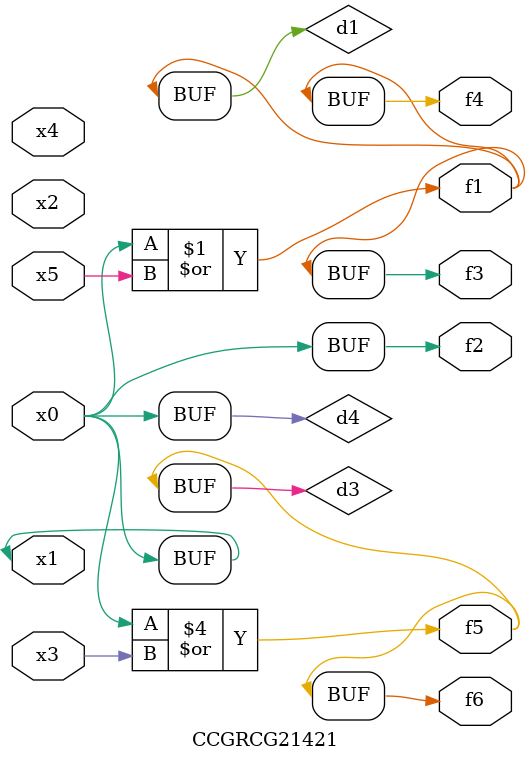
<source format=v>
module CCGRCG21421(
	input x0, x1, x2, x3, x4, x5,
	output f1, f2, f3, f4, f5, f6
);

	wire d1, d2, d3, d4;

	or (d1, x0, x5);
	xnor (d2, x1, x4);
	or (d3, x0, x3);
	buf (d4, x0, x1);
	assign f1 = d1;
	assign f2 = d4;
	assign f3 = d1;
	assign f4 = d1;
	assign f5 = d3;
	assign f6 = d3;
endmodule

</source>
